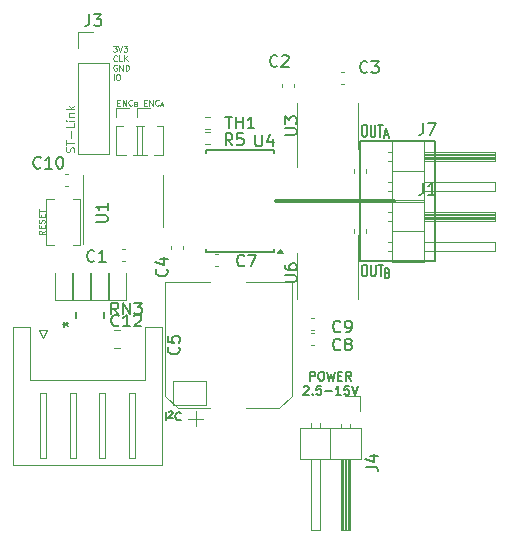
<source format=gbr>
%TF.GenerationSoftware,KiCad,Pcbnew,8.0.6*%
%TF.CreationDate,2024-12-16T13:19:03+09:00*%
%TF.ProjectId,BDCM_Driver_v1,4244434d-5f44-4726-9976-65725f76312e,rev?*%
%TF.SameCoordinates,PXaac6430PY8670810*%
%TF.FileFunction,Legend,Top*%
%TF.FilePolarity,Positive*%
%FSLAX46Y46*%
G04 Gerber Fmt 4.6, Leading zero omitted, Abs format (unit mm)*
G04 Created by KiCad (PCBNEW 8.0.6) date 2024-12-16 13:19:03*
%MOMM*%
%LPD*%
G01*
G04 APERTURE LIST*
%ADD10C,0.300000*%
%ADD11C,0.150000*%
%ADD12C,0.100000*%
%ADD13C,0.125000*%
%ADD14C,0.175000*%
%ADD15C,0.120000*%
%ADD16C,0.152400*%
G04 APERTURE END LIST*
D10*
X-9652000Y18806994D02*
X321695Y18806994D01*
D11*
X-2540000Y23876000D02*
X3810000Y23876000D01*
X3810000Y13716000D01*
X-2540000Y13716000D01*
X-2540000Y23876000D01*
X-6812143Y3593044D02*
X-6812143Y4343044D01*
X-6812143Y4343044D02*
X-6526429Y4343044D01*
X-6526429Y4343044D02*
X-6455000Y4307330D01*
X-6455000Y4307330D02*
X-6419286Y4271616D01*
X-6419286Y4271616D02*
X-6383572Y4200187D01*
X-6383572Y4200187D02*
X-6383572Y4093044D01*
X-6383572Y4093044D02*
X-6419286Y4021616D01*
X-6419286Y4021616D02*
X-6455000Y3985901D01*
X-6455000Y3985901D02*
X-6526429Y3950187D01*
X-6526429Y3950187D02*
X-6812143Y3950187D01*
X-5919286Y4343044D02*
X-5776429Y4343044D01*
X-5776429Y4343044D02*
X-5705000Y4307330D01*
X-5705000Y4307330D02*
X-5633572Y4235901D01*
X-5633572Y4235901D02*
X-5597857Y4093044D01*
X-5597857Y4093044D02*
X-5597857Y3843044D01*
X-5597857Y3843044D02*
X-5633572Y3700187D01*
X-5633572Y3700187D02*
X-5705000Y3628758D01*
X-5705000Y3628758D02*
X-5776429Y3593044D01*
X-5776429Y3593044D02*
X-5919286Y3593044D01*
X-5919286Y3593044D02*
X-5990714Y3628758D01*
X-5990714Y3628758D02*
X-6062143Y3700187D01*
X-6062143Y3700187D02*
X-6097857Y3843044D01*
X-6097857Y3843044D02*
X-6097857Y4093044D01*
X-6097857Y4093044D02*
X-6062143Y4235901D01*
X-6062143Y4235901D02*
X-5990714Y4307330D01*
X-5990714Y4307330D02*
X-5919286Y4343044D01*
X-5347858Y4343044D02*
X-5169286Y3593044D01*
X-5169286Y3593044D02*
X-5026429Y4128758D01*
X-5026429Y4128758D02*
X-4883572Y3593044D01*
X-4883572Y3593044D02*
X-4705000Y4343044D01*
X-4419286Y3985901D02*
X-4169286Y3985901D01*
X-4062143Y3593044D02*
X-4419286Y3593044D01*
X-4419286Y3593044D02*
X-4419286Y4343044D01*
X-4419286Y4343044D02*
X-4062143Y4343044D01*
X-3312144Y3593044D02*
X-3562144Y3950187D01*
X-3740715Y3593044D02*
X-3740715Y4343044D01*
X-3740715Y4343044D02*
X-3455001Y4343044D01*
X-3455001Y4343044D02*
X-3383572Y4307330D01*
X-3383572Y4307330D02*
X-3347858Y4271616D01*
X-3347858Y4271616D02*
X-3312144Y4200187D01*
X-3312144Y4200187D02*
X-3312144Y4093044D01*
X-3312144Y4093044D02*
X-3347858Y4021616D01*
X-3347858Y4021616D02*
X-3383572Y3985901D01*
X-3383572Y3985901D02*
X-3455001Y3950187D01*
X-3455001Y3950187D02*
X-3740715Y3950187D01*
X-7330000Y3064158D02*
X-7294286Y3099872D01*
X-7294286Y3099872D02*
X-7222857Y3135586D01*
X-7222857Y3135586D02*
X-7044286Y3135586D01*
X-7044286Y3135586D02*
X-6972857Y3099872D01*
X-6972857Y3099872D02*
X-6937143Y3064158D01*
X-6937143Y3064158D02*
X-6901429Y2992729D01*
X-6901429Y2992729D02*
X-6901429Y2921300D01*
X-6901429Y2921300D02*
X-6937143Y2814158D01*
X-6937143Y2814158D02*
X-7365715Y2385586D01*
X-7365715Y2385586D02*
X-6901429Y2385586D01*
X-6580000Y2457015D02*
X-6544286Y2421300D01*
X-6544286Y2421300D02*
X-6580000Y2385586D01*
X-6580000Y2385586D02*
X-6615714Y2421300D01*
X-6615714Y2421300D02*
X-6580000Y2457015D01*
X-6580000Y2457015D02*
X-6580000Y2385586D01*
X-5865714Y3135586D02*
X-6222857Y3135586D01*
X-6222857Y3135586D02*
X-6258571Y2778443D01*
X-6258571Y2778443D02*
X-6222857Y2814158D01*
X-6222857Y2814158D02*
X-6151428Y2849872D01*
X-6151428Y2849872D02*
X-5972857Y2849872D01*
X-5972857Y2849872D02*
X-5901428Y2814158D01*
X-5901428Y2814158D02*
X-5865714Y2778443D01*
X-5865714Y2778443D02*
X-5830000Y2707015D01*
X-5830000Y2707015D02*
X-5830000Y2528443D01*
X-5830000Y2528443D02*
X-5865714Y2457015D01*
X-5865714Y2457015D02*
X-5901428Y2421300D01*
X-5901428Y2421300D02*
X-5972857Y2385586D01*
X-5972857Y2385586D02*
X-6151428Y2385586D01*
X-6151428Y2385586D02*
X-6222857Y2421300D01*
X-6222857Y2421300D02*
X-6258571Y2457015D01*
X-5508571Y2671300D02*
X-4937142Y2671300D01*
X-4187143Y2385586D02*
X-4615714Y2385586D01*
X-4401429Y2385586D02*
X-4401429Y3135586D01*
X-4401429Y3135586D02*
X-4472857Y3028443D01*
X-4472857Y3028443D02*
X-4544286Y2957015D01*
X-4544286Y2957015D02*
X-4615714Y2921300D01*
X-3508571Y3135586D02*
X-3865714Y3135586D01*
X-3865714Y3135586D02*
X-3901428Y2778443D01*
X-3901428Y2778443D02*
X-3865714Y2814158D01*
X-3865714Y2814158D02*
X-3794285Y2849872D01*
X-3794285Y2849872D02*
X-3615714Y2849872D01*
X-3615714Y2849872D02*
X-3544285Y2814158D01*
X-3544285Y2814158D02*
X-3508571Y2778443D01*
X-3508571Y2778443D02*
X-3472857Y2707015D01*
X-3472857Y2707015D02*
X-3472857Y2528443D01*
X-3472857Y2528443D02*
X-3508571Y2457015D01*
X-3508571Y2457015D02*
X-3544285Y2421300D01*
X-3544285Y2421300D02*
X-3615714Y2385586D01*
X-3615714Y2385586D02*
X-3794285Y2385586D01*
X-3794285Y2385586D02*
X-3865714Y2421300D01*
X-3865714Y2421300D02*
X-3901428Y2457015D01*
X-3258571Y3135586D02*
X-3008571Y2385586D01*
X-3008571Y2385586D02*
X-2758571Y3135586D01*
D12*
X-23484783Y31937307D02*
X-23175259Y31937307D01*
X-23175259Y31937307D02*
X-23341926Y31746831D01*
X-23341926Y31746831D02*
X-23270497Y31746831D01*
X-23270497Y31746831D02*
X-23222878Y31723021D01*
X-23222878Y31723021D02*
X-23199069Y31699212D01*
X-23199069Y31699212D02*
X-23175259Y31651593D01*
X-23175259Y31651593D02*
X-23175259Y31532545D01*
X-23175259Y31532545D02*
X-23199069Y31484926D01*
X-23199069Y31484926D02*
X-23222878Y31461116D01*
X-23222878Y31461116D02*
X-23270497Y31437307D01*
X-23270497Y31437307D02*
X-23413354Y31437307D01*
X-23413354Y31437307D02*
X-23460973Y31461116D01*
X-23460973Y31461116D02*
X-23484783Y31484926D01*
X-23032402Y31937307D02*
X-22865736Y31437307D01*
X-22865736Y31437307D02*
X-22699069Y31937307D01*
X-22580022Y31937307D02*
X-22270498Y31937307D01*
X-22270498Y31937307D02*
X-22437165Y31746831D01*
X-22437165Y31746831D02*
X-22365736Y31746831D01*
X-22365736Y31746831D02*
X-22318117Y31723021D01*
X-22318117Y31723021D02*
X-22294308Y31699212D01*
X-22294308Y31699212D02*
X-22270498Y31651593D01*
X-22270498Y31651593D02*
X-22270498Y31532545D01*
X-22270498Y31532545D02*
X-22294308Y31484926D01*
X-22294308Y31484926D02*
X-22318117Y31461116D01*
X-22318117Y31461116D02*
X-22365736Y31437307D01*
X-22365736Y31437307D02*
X-22508593Y31437307D01*
X-22508593Y31437307D02*
X-22556212Y31461116D01*
X-22556212Y31461116D02*
X-22580022Y31484926D01*
X-23151450Y30679954D02*
X-23175259Y30656144D01*
X-23175259Y30656144D02*
X-23246688Y30632335D01*
X-23246688Y30632335D02*
X-23294307Y30632335D01*
X-23294307Y30632335D02*
X-23365735Y30656144D01*
X-23365735Y30656144D02*
X-23413354Y30703764D01*
X-23413354Y30703764D02*
X-23437164Y30751383D01*
X-23437164Y30751383D02*
X-23460973Y30846621D01*
X-23460973Y30846621D02*
X-23460973Y30918049D01*
X-23460973Y30918049D02*
X-23437164Y31013287D01*
X-23437164Y31013287D02*
X-23413354Y31060906D01*
X-23413354Y31060906D02*
X-23365735Y31108525D01*
X-23365735Y31108525D02*
X-23294307Y31132335D01*
X-23294307Y31132335D02*
X-23246688Y31132335D01*
X-23246688Y31132335D02*
X-23175259Y31108525D01*
X-23175259Y31108525D02*
X-23151450Y31084716D01*
X-22699069Y30632335D02*
X-22937164Y30632335D01*
X-22937164Y30632335D02*
X-22937164Y31132335D01*
X-22532402Y30632335D02*
X-22532402Y31132335D01*
X-22246688Y30632335D02*
X-22460973Y30918049D01*
X-22246688Y31132335D02*
X-22532402Y30846621D01*
X-23175259Y30303553D02*
X-23222878Y30327363D01*
X-23222878Y30327363D02*
X-23294307Y30327363D01*
X-23294307Y30327363D02*
X-23365735Y30303553D01*
X-23365735Y30303553D02*
X-23413354Y30255934D01*
X-23413354Y30255934D02*
X-23437164Y30208315D01*
X-23437164Y30208315D02*
X-23460973Y30113077D01*
X-23460973Y30113077D02*
X-23460973Y30041649D01*
X-23460973Y30041649D02*
X-23437164Y29946411D01*
X-23437164Y29946411D02*
X-23413354Y29898792D01*
X-23413354Y29898792D02*
X-23365735Y29851172D01*
X-23365735Y29851172D02*
X-23294307Y29827363D01*
X-23294307Y29827363D02*
X-23246688Y29827363D01*
X-23246688Y29827363D02*
X-23175259Y29851172D01*
X-23175259Y29851172D02*
X-23151450Y29874982D01*
X-23151450Y29874982D02*
X-23151450Y30041649D01*
X-23151450Y30041649D02*
X-23246688Y30041649D01*
X-22937164Y29827363D02*
X-22937164Y30327363D01*
X-22937164Y30327363D02*
X-22651450Y29827363D01*
X-22651450Y29827363D02*
X-22651450Y30327363D01*
X-22413354Y29827363D02*
X-22413354Y30327363D01*
X-22413354Y30327363D02*
X-22294306Y30327363D01*
X-22294306Y30327363D02*
X-22222878Y30303553D01*
X-22222878Y30303553D02*
X-22175259Y30255934D01*
X-22175259Y30255934D02*
X-22151449Y30208315D01*
X-22151449Y30208315D02*
X-22127640Y30113077D01*
X-22127640Y30113077D02*
X-22127640Y30041649D01*
X-22127640Y30041649D02*
X-22151449Y29946411D01*
X-22151449Y29946411D02*
X-22175259Y29898792D01*
X-22175259Y29898792D02*
X-22222878Y29851172D01*
X-22222878Y29851172D02*
X-22294306Y29827363D01*
X-22294306Y29827363D02*
X-22413354Y29827363D01*
X-23437164Y29022391D02*
X-23437164Y29522391D01*
X-23103831Y29522391D02*
X-23008593Y29522391D01*
X-23008593Y29522391D02*
X-22960974Y29498581D01*
X-22960974Y29498581D02*
X-22913355Y29450962D01*
X-22913355Y29450962D02*
X-22889545Y29355724D01*
X-22889545Y29355724D02*
X-22889545Y29189058D01*
X-22889545Y29189058D02*
X-22913355Y29093820D01*
X-22913355Y29093820D02*
X-22960974Y29046200D01*
X-22960974Y29046200D02*
X-23008593Y29022391D01*
X-23008593Y29022391D02*
X-23103831Y29022391D01*
X-23103831Y29022391D02*
X-23151450Y29046200D01*
X-23151450Y29046200D02*
X-23199069Y29093820D01*
X-23199069Y29093820D02*
X-23222878Y29189058D01*
X-23222878Y29189058D02*
X-23222878Y29355724D01*
X-23222878Y29355724D02*
X-23199069Y29450962D01*
X-23199069Y29450962D02*
X-23151450Y29498581D01*
X-23151450Y29498581D02*
X-23103831Y29522391D01*
D13*
X-26795500Y22942001D02*
X-26762167Y23042001D01*
X-26762167Y23042001D02*
X-26762167Y23208667D01*
X-26762167Y23208667D02*
X-26795500Y23275334D01*
X-26795500Y23275334D02*
X-26828834Y23308667D01*
X-26828834Y23308667D02*
X-26895500Y23342001D01*
X-26895500Y23342001D02*
X-26962167Y23342001D01*
X-26962167Y23342001D02*
X-27028834Y23308667D01*
X-27028834Y23308667D02*
X-27062167Y23275334D01*
X-27062167Y23275334D02*
X-27095500Y23208667D01*
X-27095500Y23208667D02*
X-27128834Y23075334D01*
X-27128834Y23075334D02*
X-27162167Y23008667D01*
X-27162167Y23008667D02*
X-27195500Y22975334D01*
X-27195500Y22975334D02*
X-27262167Y22942001D01*
X-27262167Y22942001D02*
X-27328834Y22942001D01*
X-27328834Y22942001D02*
X-27395500Y22975334D01*
X-27395500Y22975334D02*
X-27428834Y23008667D01*
X-27428834Y23008667D02*
X-27462167Y23075334D01*
X-27462167Y23075334D02*
X-27462167Y23242001D01*
X-27462167Y23242001D02*
X-27428834Y23342001D01*
X-27462167Y23542001D02*
X-27462167Y23942001D01*
X-26762167Y23742001D02*
X-27462167Y23742001D01*
X-27028834Y24175334D02*
X-27028834Y24708667D01*
X-26762167Y25375334D02*
X-26762167Y25042001D01*
X-26762167Y25042001D02*
X-27462167Y25042001D01*
X-26762167Y25608668D02*
X-27228834Y25608668D01*
X-27462167Y25608668D02*
X-27428834Y25575335D01*
X-27428834Y25575335D02*
X-27395500Y25608668D01*
X-27395500Y25608668D02*
X-27428834Y25642001D01*
X-27428834Y25642001D02*
X-27462167Y25608668D01*
X-27462167Y25608668D02*
X-27395500Y25608668D01*
X-27228834Y25942001D02*
X-26762167Y25942001D01*
X-27162167Y25942001D02*
X-27195500Y25975334D01*
X-27195500Y25975334D02*
X-27228834Y26042001D01*
X-27228834Y26042001D02*
X-27228834Y26142001D01*
X-27228834Y26142001D02*
X-27195500Y26208668D01*
X-27195500Y26208668D02*
X-27128834Y26242001D01*
X-27128834Y26242001D02*
X-26762167Y26242001D01*
X-26762167Y26575334D02*
X-27462167Y26575334D01*
X-27028834Y26642001D02*
X-26762167Y26842001D01*
X-27228834Y26842001D02*
X-26962167Y26575334D01*
D12*
X-23128048Y27125296D02*
X-22961381Y27125296D01*
X-22889953Y26863391D02*
X-23128048Y26863391D01*
X-23128048Y26863391D02*
X-23128048Y27363391D01*
X-23128048Y27363391D02*
X-22889953Y27363391D01*
X-22675667Y26863391D02*
X-22675667Y27363391D01*
X-22675667Y27363391D02*
X-22389953Y26863391D01*
X-22389953Y26863391D02*
X-22389953Y27363391D01*
X-21866143Y26911010D02*
X-21889952Y26887200D01*
X-21889952Y26887200D02*
X-21961381Y26863391D01*
X-21961381Y26863391D02*
X-22009000Y26863391D01*
X-22009000Y26863391D02*
X-22080428Y26887200D01*
X-22080428Y26887200D02*
X-22128047Y26934820D01*
X-22128047Y26934820D02*
X-22151857Y26982439D01*
X-22151857Y26982439D02*
X-22175666Y27077677D01*
X-22175666Y27077677D02*
X-22175666Y27149105D01*
X-22175666Y27149105D02*
X-22151857Y27244343D01*
X-22151857Y27244343D02*
X-22128047Y27291962D01*
X-22128047Y27291962D02*
X-22080428Y27339581D01*
X-22080428Y27339581D02*
X-22009000Y27363391D01*
X-22009000Y27363391D02*
X-21961381Y27363391D01*
X-21961381Y27363391D02*
X-21889952Y27339581D01*
X-21889952Y27339581D02*
X-21866143Y27315772D01*
X-21542333Y27017677D02*
X-21485190Y26998629D01*
X-21485190Y26998629D02*
X-21466143Y26979581D01*
X-21466143Y26979581D02*
X-21447095Y26941486D01*
X-21447095Y26941486D02*
X-21447095Y26884343D01*
X-21447095Y26884343D02*
X-21466143Y26846248D01*
X-21466143Y26846248D02*
X-21485190Y26827200D01*
X-21485190Y26827200D02*
X-21523285Y26808153D01*
X-21523285Y26808153D02*
X-21675666Y26808153D01*
X-21675666Y26808153D02*
X-21675666Y27208153D01*
X-21675666Y27208153D02*
X-21542333Y27208153D01*
X-21542333Y27208153D02*
X-21504238Y27189105D01*
X-21504238Y27189105D02*
X-21485190Y27170058D01*
X-21485190Y27170058D02*
X-21466143Y27131962D01*
X-21466143Y27131962D02*
X-21466143Y27093867D01*
X-21466143Y27093867D02*
X-21485190Y27055772D01*
X-21485190Y27055772D02*
X-21504238Y27036724D01*
X-21504238Y27036724D02*
X-21542333Y27017677D01*
X-21542333Y27017677D02*
X-21675666Y27017677D01*
X-20870905Y27125296D02*
X-20704238Y27125296D01*
X-20632810Y26863391D02*
X-20870905Y26863391D01*
X-20870905Y26863391D02*
X-20870905Y27363391D01*
X-20870905Y27363391D02*
X-20632810Y27363391D01*
X-20418524Y26863391D02*
X-20418524Y27363391D01*
X-20418524Y27363391D02*
X-20132810Y26863391D01*
X-20132810Y26863391D02*
X-20132810Y27363391D01*
X-19609000Y26911010D02*
X-19632809Y26887200D01*
X-19632809Y26887200D02*
X-19704238Y26863391D01*
X-19704238Y26863391D02*
X-19751857Y26863391D01*
X-19751857Y26863391D02*
X-19823285Y26887200D01*
X-19823285Y26887200D02*
X-19870904Y26934820D01*
X-19870904Y26934820D02*
X-19894714Y26982439D01*
X-19894714Y26982439D02*
X-19918523Y27077677D01*
X-19918523Y27077677D02*
X-19918523Y27149105D01*
X-19918523Y27149105D02*
X-19894714Y27244343D01*
X-19894714Y27244343D02*
X-19870904Y27291962D01*
X-19870904Y27291962D02*
X-19823285Y27339581D01*
X-19823285Y27339581D02*
X-19751857Y27363391D01*
X-19751857Y27363391D02*
X-19704238Y27363391D01*
X-19704238Y27363391D02*
X-19632809Y27339581D01*
X-19632809Y27339581D02*
X-19609000Y27315772D01*
X-19437571Y26922439D02*
X-19247095Y26922439D01*
X-19475666Y26808153D02*
X-19342333Y27208153D01*
X-19342333Y27208153D02*
X-19209000Y26808153D01*
D14*
X-19031667Y221767D02*
X-19031667Y921767D01*
X-18758334Y931100D02*
X-18731667Y957767D01*
X-18731667Y957767D02*
X-18678334Y984434D01*
X-18678334Y984434D02*
X-18545000Y984434D01*
X-18545000Y984434D02*
X-18491667Y957767D01*
X-18491667Y957767D02*
X-18465000Y931100D01*
X-18465000Y931100D02*
X-18438334Y877767D01*
X-18438334Y877767D02*
X-18438334Y824434D01*
X-18438334Y824434D02*
X-18465000Y744434D01*
X-18465000Y744434D02*
X-18785000Y424434D01*
X-18785000Y424434D02*
X-18438334Y424434D01*
X-17765001Y288434D02*
X-17798334Y255100D01*
X-17798334Y255100D02*
X-17898334Y221767D01*
X-17898334Y221767D02*
X-17965001Y221767D01*
X-17965001Y221767D02*
X-18065001Y255100D01*
X-18065001Y255100D02*
X-18131667Y321767D01*
X-18131667Y321767D02*
X-18165001Y388434D01*
X-18165001Y388434D02*
X-18198334Y521767D01*
X-18198334Y521767D02*
X-18198334Y621767D01*
X-18198334Y621767D02*
X-18165001Y755100D01*
X-18165001Y755100D02*
X-18131667Y821767D01*
X-18131667Y821767D02*
X-18065001Y888434D01*
X-18065001Y888434D02*
X-17965001Y921767D01*
X-17965001Y921767D02*
X-17898334Y921767D01*
X-17898334Y921767D02*
X-17798334Y888434D01*
X-17798334Y888434D02*
X-17765001Y855100D01*
D11*
X-2266999Y25260181D02*
X-2133666Y25260181D01*
X-2133666Y25260181D02*
X-2066999Y25212562D01*
X-2066999Y25212562D02*
X-2000333Y25117324D01*
X-2000333Y25117324D02*
X-1966999Y24926848D01*
X-1966999Y24926848D02*
X-1966999Y24593515D01*
X-1966999Y24593515D02*
X-2000333Y24403039D01*
X-2000333Y24403039D02*
X-2066999Y24307800D01*
X-2066999Y24307800D02*
X-2133666Y24260181D01*
X-2133666Y24260181D02*
X-2266999Y24260181D01*
X-2266999Y24260181D02*
X-2333666Y24307800D01*
X-2333666Y24307800D02*
X-2400333Y24403039D01*
X-2400333Y24403039D02*
X-2433666Y24593515D01*
X-2433666Y24593515D02*
X-2433666Y24926848D01*
X-2433666Y24926848D02*
X-2400333Y25117324D01*
X-2400333Y25117324D02*
X-2333666Y25212562D01*
X-2333666Y25212562D02*
X-2266999Y25260181D01*
X-1667000Y25260181D02*
X-1667000Y24450658D01*
X-1667000Y24450658D02*
X-1633666Y24355420D01*
X-1633666Y24355420D02*
X-1600333Y24307800D01*
X-1600333Y24307800D02*
X-1533666Y24260181D01*
X-1533666Y24260181D02*
X-1400333Y24260181D01*
X-1400333Y24260181D02*
X-1333666Y24307800D01*
X-1333666Y24307800D02*
X-1300333Y24355420D01*
X-1300333Y24355420D02*
X-1267000Y24450658D01*
X-1267000Y24450658D02*
X-1267000Y25260181D01*
X-1033667Y25260181D02*
X-633667Y25260181D01*
X-833667Y24260181D02*
X-833667Y25260181D01*
X-460334Y24378277D02*
X-193667Y24378277D01*
X-513667Y24149705D02*
X-327000Y24949705D01*
X-327000Y24949705D02*
X-140334Y24149705D01*
D12*
X-29276391Y16291810D02*
X-29514486Y16125144D01*
X-29276391Y16006096D02*
X-29776391Y16006096D01*
X-29776391Y16006096D02*
X-29776391Y16196572D01*
X-29776391Y16196572D02*
X-29752581Y16244191D01*
X-29752581Y16244191D02*
X-29728772Y16268001D01*
X-29728772Y16268001D02*
X-29681153Y16291810D01*
X-29681153Y16291810D02*
X-29609724Y16291810D01*
X-29609724Y16291810D02*
X-29562105Y16268001D01*
X-29562105Y16268001D02*
X-29538296Y16244191D01*
X-29538296Y16244191D02*
X-29514486Y16196572D01*
X-29514486Y16196572D02*
X-29514486Y16006096D01*
X-29538296Y16506096D02*
X-29538296Y16672763D01*
X-29276391Y16744191D02*
X-29276391Y16506096D01*
X-29276391Y16506096D02*
X-29776391Y16506096D01*
X-29776391Y16506096D02*
X-29776391Y16744191D01*
X-29300200Y16934668D02*
X-29276391Y17006096D01*
X-29276391Y17006096D02*
X-29276391Y17125144D01*
X-29276391Y17125144D02*
X-29300200Y17172763D01*
X-29300200Y17172763D02*
X-29324010Y17196572D01*
X-29324010Y17196572D02*
X-29371629Y17220382D01*
X-29371629Y17220382D02*
X-29419248Y17220382D01*
X-29419248Y17220382D02*
X-29466867Y17196572D01*
X-29466867Y17196572D02*
X-29490677Y17172763D01*
X-29490677Y17172763D02*
X-29514486Y17125144D01*
X-29514486Y17125144D02*
X-29538296Y17029906D01*
X-29538296Y17029906D02*
X-29562105Y16982287D01*
X-29562105Y16982287D02*
X-29585915Y16958477D01*
X-29585915Y16958477D02*
X-29633534Y16934668D01*
X-29633534Y16934668D02*
X-29681153Y16934668D01*
X-29681153Y16934668D02*
X-29728772Y16958477D01*
X-29728772Y16958477D02*
X-29752581Y16982287D01*
X-29752581Y16982287D02*
X-29776391Y17029906D01*
X-29776391Y17029906D02*
X-29776391Y17148953D01*
X-29776391Y17148953D02*
X-29752581Y17220382D01*
X-29538296Y17434667D02*
X-29538296Y17601334D01*
X-29276391Y17672762D02*
X-29276391Y17434667D01*
X-29276391Y17434667D02*
X-29776391Y17434667D01*
X-29776391Y17434667D02*
X-29776391Y17672762D01*
X-29776391Y17815620D02*
X-29776391Y18101334D01*
X-29276391Y17958477D02*
X-29776391Y17958477D01*
D11*
X-2249999Y13422181D02*
X-2116666Y13422181D01*
X-2116666Y13422181D02*
X-2049999Y13374562D01*
X-2049999Y13374562D02*
X-1983333Y13279324D01*
X-1983333Y13279324D02*
X-1949999Y13088848D01*
X-1949999Y13088848D02*
X-1949999Y12755515D01*
X-1949999Y12755515D02*
X-1983333Y12565039D01*
X-1983333Y12565039D02*
X-2049999Y12469800D01*
X-2049999Y12469800D02*
X-2116666Y12422181D01*
X-2116666Y12422181D02*
X-2249999Y12422181D01*
X-2249999Y12422181D02*
X-2316666Y12469800D01*
X-2316666Y12469800D02*
X-2383333Y12565039D01*
X-2383333Y12565039D02*
X-2416666Y12755515D01*
X-2416666Y12755515D02*
X-2416666Y13088848D01*
X-2416666Y13088848D02*
X-2383333Y13279324D01*
X-2383333Y13279324D02*
X-2316666Y13374562D01*
X-2316666Y13374562D02*
X-2249999Y13422181D01*
X-1650000Y13422181D02*
X-1650000Y12612658D01*
X-1650000Y12612658D02*
X-1616666Y12517420D01*
X-1616666Y12517420D02*
X-1583333Y12469800D01*
X-1583333Y12469800D02*
X-1516666Y12422181D01*
X-1516666Y12422181D02*
X-1383333Y12422181D01*
X-1383333Y12422181D02*
X-1316666Y12469800D01*
X-1316666Y12469800D02*
X-1283333Y12517420D01*
X-1283333Y12517420D02*
X-1250000Y12612658D01*
X-1250000Y12612658D02*
X-1250000Y13422181D01*
X-1016667Y13422181D02*
X-616667Y13422181D01*
X-816667Y12422181D02*
X-816667Y13422181D01*
X-230000Y12730753D02*
X-150000Y12692658D01*
X-150000Y12692658D02*
X-123334Y12654562D01*
X-123334Y12654562D02*
X-96667Y12578372D01*
X-96667Y12578372D02*
X-96667Y12464086D01*
X-96667Y12464086D02*
X-123334Y12387896D01*
X-123334Y12387896D02*
X-150000Y12349800D01*
X-150000Y12349800D02*
X-203334Y12311705D01*
X-203334Y12311705D02*
X-416667Y12311705D01*
X-416667Y12311705D02*
X-416667Y13111705D01*
X-416667Y13111705D02*
X-230000Y13111705D01*
X-230000Y13111705D02*
X-176667Y13073610D01*
X-176667Y13073610D02*
X-150000Y13035515D01*
X-150000Y13035515D02*
X-123334Y12959324D01*
X-123334Y12959324D02*
X-123334Y12883134D01*
X-123334Y12883134D02*
X-150000Y12806943D01*
X-150000Y12806943D02*
X-176667Y12768848D01*
X-176667Y12768848D02*
X-230000Y12730753D01*
X-230000Y12730753D02*
X-416667Y12730753D01*
X-13985714Y25945181D02*
X-13414286Y25945181D01*
X-13700000Y24945181D02*
X-13700000Y25945181D01*
X-13080952Y24945181D02*
X-13080952Y25945181D01*
X-13080952Y25468991D02*
X-12509524Y25468991D01*
X-12509524Y24945181D02*
X-12509524Y25945181D01*
X-11509524Y24945181D02*
X-12080952Y24945181D01*
X-11795238Y24945181D02*
X-11795238Y25945181D01*
X-11795238Y25945181D02*
X-11890476Y25802324D01*
X-11890476Y25802324D02*
X-11985714Y25707086D01*
X-11985714Y25707086D02*
X-12080952Y25659467D01*
X-13374667Y23515181D02*
X-13708000Y23991372D01*
X-13946095Y23515181D02*
X-13946095Y24515181D01*
X-13946095Y24515181D02*
X-13565143Y24515181D01*
X-13565143Y24515181D02*
X-13469905Y24467562D01*
X-13469905Y24467562D02*
X-13422286Y24419943D01*
X-13422286Y24419943D02*
X-13374667Y24324705D01*
X-13374667Y24324705D02*
X-13374667Y24181848D01*
X-13374667Y24181848D02*
X-13422286Y24086610D01*
X-13422286Y24086610D02*
X-13469905Y24038991D01*
X-13469905Y24038991D02*
X-13565143Y23991372D01*
X-13565143Y23991372D02*
X-13946095Y23991372D01*
X-12469905Y24515181D02*
X-12946095Y24515181D01*
X-12946095Y24515181D02*
X-12993714Y24038991D01*
X-12993714Y24038991D02*
X-12946095Y24086610D01*
X-12946095Y24086610D02*
X-12850857Y24134229D01*
X-12850857Y24134229D02*
X-12612762Y24134229D01*
X-12612762Y24134229D02*
X-12517524Y24086610D01*
X-12517524Y24086610D02*
X-12469905Y24038991D01*
X-12469905Y24038991D02*
X-12422286Y23943753D01*
X-12422286Y23943753D02*
X-12422286Y23705658D01*
X-12422286Y23705658D02*
X-12469905Y23610420D01*
X-12469905Y23610420D02*
X-12517524Y23562800D01*
X-12517524Y23562800D02*
X-12612762Y23515181D01*
X-12612762Y23515181D02*
X-12850857Y23515181D01*
X-12850857Y23515181D02*
X-12946095Y23562800D01*
X-12946095Y23562800D02*
X-12993714Y23610420D01*
X-24929181Y17018096D02*
X-24119658Y17018096D01*
X-24119658Y17018096D02*
X-24024420Y17065715D01*
X-24024420Y17065715D02*
X-23976800Y17113334D01*
X-23976800Y17113334D02*
X-23929181Y17208572D01*
X-23929181Y17208572D02*
X-23929181Y17399048D01*
X-23929181Y17399048D02*
X-23976800Y17494286D01*
X-23976800Y17494286D02*
X-24024420Y17541905D01*
X-24024420Y17541905D02*
X-24119658Y17589524D01*
X-24119658Y17589524D02*
X-24929181Y17589524D01*
X-23929181Y18589524D02*
X-23929181Y18018096D01*
X-23929181Y18303810D02*
X-24929181Y18303810D01*
X-24929181Y18303810D02*
X-24786324Y18208572D01*
X-24786324Y18208572D02*
X-24691086Y18113334D01*
X-24691086Y18113334D02*
X-24643467Y18018096D01*
X-11429905Y24421181D02*
X-11429905Y23611658D01*
X-11429905Y23611658D02*
X-11382286Y23516420D01*
X-11382286Y23516420D02*
X-11334667Y23468800D01*
X-11334667Y23468800D02*
X-11239429Y23421181D01*
X-11239429Y23421181D02*
X-11048953Y23421181D01*
X-11048953Y23421181D02*
X-10953715Y23468800D01*
X-10953715Y23468800D02*
X-10906096Y23516420D01*
X-10906096Y23516420D02*
X-10858477Y23611658D01*
X-10858477Y23611658D02*
X-10858477Y24421181D01*
X-9953715Y24087848D02*
X-9953715Y23421181D01*
X-10191810Y24468800D02*
X-10429905Y23754515D01*
X-10429905Y23754515D02*
X-9810858Y23754515D01*
X-2085181Y-3702333D02*
X-1370896Y-3702333D01*
X-1370896Y-3702333D02*
X-1228039Y-3749952D01*
X-1228039Y-3749952D02*
X-1132800Y-3845190D01*
X-1132800Y-3845190D02*
X-1085181Y-3988047D01*
X-1085181Y-3988047D02*
X-1085181Y-4083285D01*
X-1751848Y-2797571D02*
X-1085181Y-2797571D01*
X-2132800Y-3035666D02*
X-1418515Y-3273761D01*
X-1418515Y-3273761D02*
X-1418515Y-2654714D01*
X-22994858Y8276420D02*
X-23042477Y8228800D01*
X-23042477Y8228800D02*
X-23185334Y8181181D01*
X-23185334Y8181181D02*
X-23280572Y8181181D01*
X-23280572Y8181181D02*
X-23423429Y8228800D01*
X-23423429Y8228800D02*
X-23518667Y8324039D01*
X-23518667Y8324039D02*
X-23566286Y8419277D01*
X-23566286Y8419277D02*
X-23613905Y8609753D01*
X-23613905Y8609753D02*
X-23613905Y8752610D01*
X-23613905Y8752610D02*
X-23566286Y8943086D01*
X-23566286Y8943086D02*
X-23518667Y9038324D01*
X-23518667Y9038324D02*
X-23423429Y9133562D01*
X-23423429Y9133562D02*
X-23280572Y9181181D01*
X-23280572Y9181181D02*
X-23185334Y9181181D01*
X-23185334Y9181181D02*
X-23042477Y9133562D01*
X-23042477Y9133562D02*
X-22994858Y9085943D01*
X-22042477Y8181181D02*
X-22613905Y8181181D01*
X-22328191Y8181181D02*
X-22328191Y9181181D01*
X-22328191Y9181181D02*
X-22423429Y9038324D01*
X-22423429Y9038324D02*
X-22518667Y8943086D01*
X-22518667Y8943086D02*
X-22613905Y8895467D01*
X-21661524Y9085943D02*
X-21613905Y9133562D01*
X-21613905Y9133562D02*
X-21518667Y9181181D01*
X-21518667Y9181181D02*
X-21280572Y9181181D01*
X-21280572Y9181181D02*
X-21185334Y9133562D01*
X-21185334Y9133562D02*
X-21137715Y9085943D01*
X-21137715Y9085943D02*
X-21090096Y8990705D01*
X-21090096Y8990705D02*
X-21090096Y8895467D01*
X-21090096Y8895467D02*
X-21137715Y8752610D01*
X-21137715Y8752610D02*
X-21709143Y8181181D01*
X-21709143Y8181181D02*
X-21090096Y8181181D01*
X-8927181Y11938096D02*
X-8117658Y11938096D01*
X-8117658Y11938096D02*
X-8022420Y11985715D01*
X-8022420Y11985715D02*
X-7974800Y12033334D01*
X-7974800Y12033334D02*
X-7927181Y12128572D01*
X-7927181Y12128572D02*
X-7927181Y12319048D01*
X-7927181Y12319048D02*
X-7974800Y12414286D01*
X-7974800Y12414286D02*
X-8022420Y12461905D01*
X-8022420Y12461905D02*
X-8117658Y12509524D01*
X-8117658Y12509524D02*
X-8927181Y12509524D01*
X-8927181Y13414286D02*
X-8927181Y13223810D01*
X-8927181Y13223810D02*
X-8879562Y13128572D01*
X-8879562Y13128572D02*
X-8831943Y13080953D01*
X-8831943Y13080953D02*
X-8689086Y12985715D01*
X-8689086Y12985715D02*
X-8498610Y12938096D01*
X-8498610Y12938096D02*
X-8117658Y12938096D01*
X-8117658Y12938096D02*
X-8022420Y12985715D01*
X-8022420Y12985715D02*
X-7974800Y13033334D01*
X-7974800Y13033334D02*
X-7927181Y13128572D01*
X-7927181Y13128572D02*
X-7927181Y13319048D01*
X-7927181Y13319048D02*
X-7974800Y13414286D01*
X-7974800Y13414286D02*
X-8022420Y13461905D01*
X-8022420Y13461905D02*
X-8117658Y13509524D01*
X-8117658Y13509524D02*
X-8355753Y13509524D01*
X-8355753Y13509524D02*
X-8450991Y13461905D01*
X-8450991Y13461905D02*
X-8498610Y13414286D01*
X-8498610Y13414286D02*
X-8546229Y13319048D01*
X-8546229Y13319048D02*
X-8546229Y13128572D01*
X-8546229Y13128572D02*
X-8498610Y13033334D01*
X-8498610Y13033334D02*
X-8450991Y12985715D01*
X-8450991Y12985715D02*
X-8355753Y12938096D01*
X-8927181Y24384096D02*
X-8117658Y24384096D01*
X-8117658Y24384096D02*
X-8022420Y24431715D01*
X-8022420Y24431715D02*
X-7974800Y24479334D01*
X-7974800Y24479334D02*
X-7927181Y24574572D01*
X-7927181Y24574572D02*
X-7927181Y24765048D01*
X-7927181Y24765048D02*
X-7974800Y24860286D01*
X-7974800Y24860286D02*
X-8022420Y24907905D01*
X-8022420Y24907905D02*
X-8117658Y24955524D01*
X-8117658Y24955524D02*
X-8927181Y24955524D01*
X-8927181Y25336477D02*
X-8927181Y25955524D01*
X-8927181Y25955524D02*
X-8546229Y25622191D01*
X-8546229Y25622191D02*
X-8546229Y25765048D01*
X-8546229Y25765048D02*
X-8498610Y25860286D01*
X-8498610Y25860286D02*
X-8450991Y25907905D01*
X-8450991Y25907905D02*
X-8355753Y25955524D01*
X-8355753Y25955524D02*
X-8117658Y25955524D01*
X-8117658Y25955524D02*
X-8022420Y25907905D01*
X-8022420Y25907905D02*
X-7974800Y25860286D01*
X-7974800Y25860286D02*
X-7927181Y25765048D01*
X-7927181Y25765048D02*
X-7927181Y25479334D01*
X-7927181Y25479334D02*
X-7974800Y25384096D01*
X-7974800Y25384096D02*
X-8022420Y25336477D01*
X-17928420Y6437334D02*
X-17880800Y6389715D01*
X-17880800Y6389715D02*
X-17833181Y6246858D01*
X-17833181Y6246858D02*
X-17833181Y6151620D01*
X-17833181Y6151620D02*
X-17880800Y6008763D01*
X-17880800Y6008763D02*
X-17976039Y5913525D01*
X-17976039Y5913525D02*
X-18071277Y5865906D01*
X-18071277Y5865906D02*
X-18261753Y5818287D01*
X-18261753Y5818287D02*
X-18404610Y5818287D01*
X-18404610Y5818287D02*
X-18595086Y5865906D01*
X-18595086Y5865906D02*
X-18690324Y5913525D01*
X-18690324Y5913525D02*
X-18785562Y6008763D01*
X-18785562Y6008763D02*
X-18833181Y6151620D01*
X-18833181Y6151620D02*
X-18833181Y6246858D01*
X-18833181Y6246858D02*
X-18785562Y6389715D01*
X-18785562Y6389715D02*
X-18737943Y6437334D01*
X-18833181Y7342096D02*
X-18833181Y6865906D01*
X-18833181Y6865906D02*
X-18356991Y6818287D01*
X-18356991Y6818287D02*
X-18404610Y6865906D01*
X-18404610Y6865906D02*
X-18452229Y6961144D01*
X-18452229Y6961144D02*
X-18452229Y7199239D01*
X-18452229Y7199239D02*
X-18404610Y7294477D01*
X-18404610Y7294477D02*
X-18356991Y7342096D01*
X-18356991Y7342096D02*
X-18261753Y7389715D01*
X-18261753Y7389715D02*
X-18023658Y7389715D01*
X-18023658Y7389715D02*
X-17928420Y7342096D01*
X-17928420Y7342096D02*
X-17880800Y7294477D01*
X-17880800Y7294477D02*
X-17833181Y7199239D01*
X-17833181Y7199239D02*
X-17833181Y6961144D01*
X-17833181Y6961144D02*
X-17880800Y6865906D01*
X-17880800Y6865906D02*
X-17928420Y6818287D01*
X-9564667Y30247420D02*
X-9612286Y30199800D01*
X-9612286Y30199800D02*
X-9755143Y30152181D01*
X-9755143Y30152181D02*
X-9850381Y30152181D01*
X-9850381Y30152181D02*
X-9993238Y30199800D01*
X-9993238Y30199800D02*
X-10088476Y30295039D01*
X-10088476Y30295039D02*
X-10136095Y30390277D01*
X-10136095Y30390277D02*
X-10183714Y30580753D01*
X-10183714Y30580753D02*
X-10183714Y30723610D01*
X-10183714Y30723610D02*
X-10136095Y30914086D01*
X-10136095Y30914086D02*
X-10088476Y31009324D01*
X-10088476Y31009324D02*
X-9993238Y31104562D01*
X-9993238Y31104562D02*
X-9850381Y31152181D01*
X-9850381Y31152181D02*
X-9755143Y31152181D01*
X-9755143Y31152181D02*
X-9612286Y31104562D01*
X-9612286Y31104562D02*
X-9564667Y31056943D01*
X-9183714Y31056943D02*
X-9136095Y31104562D01*
X-9136095Y31104562D02*
X-9040857Y31152181D01*
X-9040857Y31152181D02*
X-8802762Y31152181D01*
X-8802762Y31152181D02*
X-8707524Y31104562D01*
X-8707524Y31104562D02*
X-8659905Y31056943D01*
X-8659905Y31056943D02*
X-8612286Y30961705D01*
X-8612286Y30961705D02*
X-8612286Y30866467D01*
X-8612286Y30866467D02*
X-8659905Y30723610D01*
X-8659905Y30723610D02*
X-9231333Y30152181D01*
X-9231333Y30152181D02*
X-8612286Y30152181D01*
X2781666Y20341181D02*
X2781666Y19626896D01*
X2781666Y19626896D02*
X2734047Y19484039D01*
X2734047Y19484039D02*
X2638809Y19388800D01*
X2638809Y19388800D02*
X2495952Y19341181D01*
X2495952Y19341181D02*
X2400714Y19341181D01*
X3781666Y19341181D02*
X3210238Y19341181D01*
X3495952Y19341181D02*
X3495952Y20341181D01*
X3495952Y20341181D02*
X3400714Y20198324D01*
X3400714Y20198324D02*
X3305476Y20103086D01*
X3305476Y20103086D02*
X3210238Y20055467D01*
X2781666Y25421181D02*
X2781666Y24706896D01*
X2781666Y24706896D02*
X2734047Y24564039D01*
X2734047Y24564039D02*
X2638809Y24468800D01*
X2638809Y24468800D02*
X2495952Y24421181D01*
X2495952Y24421181D02*
X2400714Y24421181D01*
X3162619Y25421181D02*
X3829285Y25421181D01*
X3829285Y25421181D02*
X3400714Y24421181D01*
X-29598858Y21644420D02*
X-29646477Y21596800D01*
X-29646477Y21596800D02*
X-29789334Y21549181D01*
X-29789334Y21549181D02*
X-29884572Y21549181D01*
X-29884572Y21549181D02*
X-30027429Y21596800D01*
X-30027429Y21596800D02*
X-30122667Y21692039D01*
X-30122667Y21692039D02*
X-30170286Y21787277D01*
X-30170286Y21787277D02*
X-30217905Y21977753D01*
X-30217905Y21977753D02*
X-30217905Y22120610D01*
X-30217905Y22120610D02*
X-30170286Y22311086D01*
X-30170286Y22311086D02*
X-30122667Y22406324D01*
X-30122667Y22406324D02*
X-30027429Y22501562D01*
X-30027429Y22501562D02*
X-29884572Y22549181D01*
X-29884572Y22549181D02*
X-29789334Y22549181D01*
X-29789334Y22549181D02*
X-29646477Y22501562D01*
X-29646477Y22501562D02*
X-29598858Y22453943D01*
X-28646477Y21549181D02*
X-29217905Y21549181D01*
X-28932191Y21549181D02*
X-28932191Y22549181D01*
X-28932191Y22549181D02*
X-29027429Y22406324D01*
X-29027429Y22406324D02*
X-29122667Y22311086D01*
X-29122667Y22311086D02*
X-29217905Y22263467D01*
X-28027429Y22549181D02*
X-27932191Y22549181D01*
X-27932191Y22549181D02*
X-27836953Y22501562D01*
X-27836953Y22501562D02*
X-27789334Y22453943D01*
X-27789334Y22453943D02*
X-27741715Y22358705D01*
X-27741715Y22358705D02*
X-27694096Y22168229D01*
X-27694096Y22168229D02*
X-27694096Y21930134D01*
X-27694096Y21930134D02*
X-27741715Y21739658D01*
X-27741715Y21739658D02*
X-27789334Y21644420D01*
X-27789334Y21644420D02*
X-27836953Y21596800D01*
X-27836953Y21596800D02*
X-27932191Y21549181D01*
X-27932191Y21549181D02*
X-28027429Y21549181D01*
X-28027429Y21549181D02*
X-28122667Y21596800D01*
X-28122667Y21596800D02*
X-28170286Y21644420D01*
X-28170286Y21644420D02*
X-28217905Y21739658D01*
X-28217905Y21739658D02*
X-28265524Y21930134D01*
X-28265524Y21930134D02*
X-28265524Y22168229D01*
X-28265524Y22168229D02*
X-28217905Y22358705D01*
X-28217905Y22358705D02*
X-28170286Y22453943D01*
X-28170286Y22453943D02*
X-28122667Y22501562D01*
X-28122667Y22501562D02*
X-28027429Y22549181D01*
X-1944667Y29739420D02*
X-1992286Y29691800D01*
X-1992286Y29691800D02*
X-2135143Y29644181D01*
X-2135143Y29644181D02*
X-2230381Y29644181D01*
X-2230381Y29644181D02*
X-2373238Y29691800D01*
X-2373238Y29691800D02*
X-2468476Y29787039D01*
X-2468476Y29787039D02*
X-2516095Y29882277D01*
X-2516095Y29882277D02*
X-2563714Y30072753D01*
X-2563714Y30072753D02*
X-2563714Y30215610D01*
X-2563714Y30215610D02*
X-2516095Y30406086D01*
X-2516095Y30406086D02*
X-2468476Y30501324D01*
X-2468476Y30501324D02*
X-2373238Y30596562D01*
X-2373238Y30596562D02*
X-2230381Y30644181D01*
X-2230381Y30644181D02*
X-2135143Y30644181D01*
X-2135143Y30644181D02*
X-1992286Y30596562D01*
X-1992286Y30596562D02*
X-1944667Y30548943D01*
X-1611333Y30644181D02*
X-992286Y30644181D01*
X-992286Y30644181D02*
X-1325619Y30263229D01*
X-1325619Y30263229D02*
X-1182762Y30263229D01*
X-1182762Y30263229D02*
X-1087524Y30215610D01*
X-1087524Y30215610D02*
X-1039905Y30167991D01*
X-1039905Y30167991D02*
X-992286Y30072753D01*
X-992286Y30072753D02*
X-992286Y29834658D01*
X-992286Y29834658D02*
X-1039905Y29739420D01*
X-1039905Y29739420D02*
X-1087524Y29691800D01*
X-1087524Y29691800D02*
X-1182762Y29644181D01*
X-1182762Y29644181D02*
X-1468476Y29644181D01*
X-1468476Y29644181D02*
X-1563714Y29691800D01*
X-1563714Y29691800D02*
X-1611333Y29739420D01*
X-18944420Y13041334D02*
X-18896800Y12993715D01*
X-18896800Y12993715D02*
X-18849181Y12850858D01*
X-18849181Y12850858D02*
X-18849181Y12755620D01*
X-18849181Y12755620D02*
X-18896800Y12612763D01*
X-18896800Y12612763D02*
X-18992039Y12517525D01*
X-18992039Y12517525D02*
X-19087277Y12469906D01*
X-19087277Y12469906D02*
X-19277753Y12422287D01*
X-19277753Y12422287D02*
X-19420610Y12422287D01*
X-19420610Y12422287D02*
X-19611086Y12469906D01*
X-19611086Y12469906D02*
X-19706324Y12517525D01*
X-19706324Y12517525D02*
X-19801562Y12612763D01*
X-19801562Y12612763D02*
X-19849181Y12755620D01*
X-19849181Y12755620D02*
X-19849181Y12850858D01*
X-19849181Y12850858D02*
X-19801562Y12993715D01*
X-19801562Y12993715D02*
X-19753943Y13041334D01*
X-19515848Y13898477D02*
X-18849181Y13898477D01*
X-19896800Y13660382D02*
X-19182515Y13422287D01*
X-19182515Y13422287D02*
X-19182515Y14041334D01*
X-12358667Y13356420D02*
X-12406286Y13308800D01*
X-12406286Y13308800D02*
X-12549143Y13261181D01*
X-12549143Y13261181D02*
X-12644381Y13261181D01*
X-12644381Y13261181D02*
X-12787238Y13308800D01*
X-12787238Y13308800D02*
X-12882476Y13404039D01*
X-12882476Y13404039D02*
X-12930095Y13499277D01*
X-12930095Y13499277D02*
X-12977714Y13689753D01*
X-12977714Y13689753D02*
X-12977714Y13832610D01*
X-12977714Y13832610D02*
X-12930095Y14023086D01*
X-12930095Y14023086D02*
X-12882476Y14118324D01*
X-12882476Y14118324D02*
X-12787238Y14213562D01*
X-12787238Y14213562D02*
X-12644381Y14261181D01*
X-12644381Y14261181D02*
X-12549143Y14261181D01*
X-12549143Y14261181D02*
X-12406286Y14213562D01*
X-12406286Y14213562D02*
X-12358667Y14165943D01*
X-12025333Y14261181D02*
X-11358667Y14261181D01*
X-11358667Y14261181D02*
X-11787238Y13261181D01*
X-25058667Y13737420D02*
X-25106286Y13689800D01*
X-25106286Y13689800D02*
X-25249143Y13642181D01*
X-25249143Y13642181D02*
X-25344381Y13642181D01*
X-25344381Y13642181D02*
X-25487238Y13689800D01*
X-25487238Y13689800D02*
X-25582476Y13785039D01*
X-25582476Y13785039D02*
X-25630095Y13880277D01*
X-25630095Y13880277D02*
X-25677714Y14070753D01*
X-25677714Y14070753D02*
X-25677714Y14213610D01*
X-25677714Y14213610D02*
X-25630095Y14404086D01*
X-25630095Y14404086D02*
X-25582476Y14499324D01*
X-25582476Y14499324D02*
X-25487238Y14594562D01*
X-25487238Y14594562D02*
X-25344381Y14642181D01*
X-25344381Y14642181D02*
X-25249143Y14642181D01*
X-25249143Y14642181D02*
X-25106286Y14594562D01*
X-25106286Y14594562D02*
X-25058667Y14546943D01*
X-24106286Y13642181D02*
X-24677714Y13642181D01*
X-24392000Y13642181D02*
X-24392000Y14642181D01*
X-24392000Y14642181D02*
X-24487238Y14499324D01*
X-24487238Y14499324D02*
X-24582476Y14404086D01*
X-24582476Y14404086D02*
X-24677714Y14356467D01*
X-4230667Y6244420D02*
X-4278286Y6196800D01*
X-4278286Y6196800D02*
X-4421143Y6149181D01*
X-4421143Y6149181D02*
X-4516381Y6149181D01*
X-4516381Y6149181D02*
X-4659238Y6196800D01*
X-4659238Y6196800D02*
X-4754476Y6292039D01*
X-4754476Y6292039D02*
X-4802095Y6387277D01*
X-4802095Y6387277D02*
X-4849714Y6577753D01*
X-4849714Y6577753D02*
X-4849714Y6720610D01*
X-4849714Y6720610D02*
X-4802095Y6911086D01*
X-4802095Y6911086D02*
X-4754476Y7006324D01*
X-4754476Y7006324D02*
X-4659238Y7101562D01*
X-4659238Y7101562D02*
X-4516381Y7149181D01*
X-4516381Y7149181D02*
X-4421143Y7149181D01*
X-4421143Y7149181D02*
X-4278286Y7101562D01*
X-4278286Y7101562D02*
X-4230667Y7053943D01*
X-3659238Y6720610D02*
X-3754476Y6768229D01*
X-3754476Y6768229D02*
X-3802095Y6815848D01*
X-3802095Y6815848D02*
X-3849714Y6911086D01*
X-3849714Y6911086D02*
X-3849714Y6958705D01*
X-3849714Y6958705D02*
X-3802095Y7053943D01*
X-3802095Y7053943D02*
X-3754476Y7101562D01*
X-3754476Y7101562D02*
X-3659238Y7149181D01*
X-3659238Y7149181D02*
X-3468762Y7149181D01*
X-3468762Y7149181D02*
X-3373524Y7101562D01*
X-3373524Y7101562D02*
X-3325905Y7053943D01*
X-3325905Y7053943D02*
X-3278286Y6958705D01*
X-3278286Y6958705D02*
X-3278286Y6911086D01*
X-3278286Y6911086D02*
X-3325905Y6815848D01*
X-3325905Y6815848D02*
X-3373524Y6768229D01*
X-3373524Y6768229D02*
X-3468762Y6720610D01*
X-3468762Y6720610D02*
X-3659238Y6720610D01*
X-3659238Y6720610D02*
X-3754476Y6672991D01*
X-3754476Y6672991D02*
X-3802095Y6625372D01*
X-3802095Y6625372D02*
X-3849714Y6530134D01*
X-3849714Y6530134D02*
X-3849714Y6339658D01*
X-3849714Y6339658D02*
X-3802095Y6244420D01*
X-3802095Y6244420D02*
X-3754476Y6196800D01*
X-3754476Y6196800D02*
X-3659238Y6149181D01*
X-3659238Y6149181D02*
X-3468762Y6149181D01*
X-3468762Y6149181D02*
X-3373524Y6196800D01*
X-3373524Y6196800D02*
X-3325905Y6244420D01*
X-3325905Y6244420D02*
X-3278286Y6339658D01*
X-3278286Y6339658D02*
X-3278286Y6530134D01*
X-3278286Y6530134D02*
X-3325905Y6625372D01*
X-3325905Y6625372D02*
X-3373524Y6672991D01*
X-3373524Y6672991D02*
X-3468762Y6720610D01*
X-23042477Y9197181D02*
X-23375810Y9673372D01*
X-23613905Y9197181D02*
X-23613905Y10197181D01*
X-23613905Y10197181D02*
X-23232953Y10197181D01*
X-23232953Y10197181D02*
X-23137715Y10149562D01*
X-23137715Y10149562D02*
X-23090096Y10101943D01*
X-23090096Y10101943D02*
X-23042477Y10006705D01*
X-23042477Y10006705D02*
X-23042477Y9863848D01*
X-23042477Y9863848D02*
X-23090096Y9768610D01*
X-23090096Y9768610D02*
X-23137715Y9720991D01*
X-23137715Y9720991D02*
X-23232953Y9673372D01*
X-23232953Y9673372D02*
X-23613905Y9673372D01*
X-22613905Y9197181D02*
X-22613905Y10197181D01*
X-22613905Y10197181D02*
X-22042477Y9197181D01*
X-22042477Y9197181D02*
X-22042477Y10197181D01*
X-21661524Y10197181D02*
X-21042477Y10197181D01*
X-21042477Y10197181D02*
X-21375810Y9816229D01*
X-21375810Y9816229D02*
X-21232953Y9816229D01*
X-21232953Y9816229D02*
X-21137715Y9768610D01*
X-21137715Y9768610D02*
X-21090096Y9720991D01*
X-21090096Y9720991D02*
X-21042477Y9625753D01*
X-21042477Y9625753D02*
X-21042477Y9387658D01*
X-21042477Y9387658D02*
X-21090096Y9292420D01*
X-21090096Y9292420D02*
X-21137715Y9244800D01*
X-21137715Y9244800D02*
X-21232953Y9197181D01*
X-21232953Y9197181D02*
X-21518667Y9197181D01*
X-21518667Y9197181D02*
X-21613905Y9244800D01*
X-21613905Y9244800D02*
X-21661524Y9292420D01*
X-27748581Y8356601D02*
X-27510486Y8356601D01*
X-27605724Y8118506D02*
X-27510486Y8356601D01*
X-27510486Y8356601D02*
X-27605724Y8594696D01*
X-27320010Y8213744D02*
X-27510486Y8356601D01*
X-27510486Y8356601D02*
X-27320010Y8499458D01*
X-27748581Y8356601D02*
X-27510486Y8356601D01*
X-27605724Y8118506D02*
X-27510486Y8356601D01*
X-27510486Y8356601D02*
X-27605724Y8594696D01*
X-27320010Y8213744D02*
X-27510486Y8356601D01*
X-27510486Y8356601D02*
X-27320010Y8499458D01*
X-25479334Y34625181D02*
X-25479334Y33910896D01*
X-25479334Y33910896D02*
X-25526953Y33768039D01*
X-25526953Y33768039D02*
X-25622191Y33672800D01*
X-25622191Y33672800D02*
X-25765048Y33625181D01*
X-25765048Y33625181D02*
X-25860286Y33625181D01*
X-25098381Y34625181D02*
X-24479334Y34625181D01*
X-24479334Y34625181D02*
X-24812667Y34244229D01*
X-24812667Y34244229D02*
X-24669810Y34244229D01*
X-24669810Y34244229D02*
X-24574572Y34196610D01*
X-24574572Y34196610D02*
X-24526953Y34148991D01*
X-24526953Y34148991D02*
X-24479334Y34053753D01*
X-24479334Y34053753D02*
X-24479334Y33815658D01*
X-24479334Y33815658D02*
X-24526953Y33720420D01*
X-24526953Y33720420D02*
X-24574572Y33672800D01*
X-24574572Y33672800D02*
X-24669810Y33625181D01*
X-24669810Y33625181D02*
X-24955524Y33625181D01*
X-24955524Y33625181D02*
X-25050762Y33672800D01*
X-25050762Y33672800D02*
X-25098381Y33720420D01*
X-4230667Y7768420D02*
X-4278286Y7720800D01*
X-4278286Y7720800D02*
X-4421143Y7673181D01*
X-4421143Y7673181D02*
X-4516381Y7673181D01*
X-4516381Y7673181D02*
X-4659238Y7720800D01*
X-4659238Y7720800D02*
X-4754476Y7816039D01*
X-4754476Y7816039D02*
X-4802095Y7911277D01*
X-4802095Y7911277D02*
X-4849714Y8101753D01*
X-4849714Y8101753D02*
X-4849714Y8244610D01*
X-4849714Y8244610D02*
X-4802095Y8435086D01*
X-4802095Y8435086D02*
X-4754476Y8530324D01*
X-4754476Y8530324D02*
X-4659238Y8625562D01*
X-4659238Y8625562D02*
X-4516381Y8673181D01*
X-4516381Y8673181D02*
X-4421143Y8673181D01*
X-4421143Y8673181D02*
X-4278286Y8625562D01*
X-4278286Y8625562D02*
X-4230667Y8577943D01*
X-3754476Y7673181D02*
X-3564000Y7673181D01*
X-3564000Y7673181D02*
X-3468762Y7720800D01*
X-3468762Y7720800D02*
X-3421143Y7768420D01*
X-3421143Y7768420D02*
X-3325905Y7911277D01*
X-3325905Y7911277D02*
X-3278286Y8101753D01*
X-3278286Y8101753D02*
X-3278286Y8482705D01*
X-3278286Y8482705D02*
X-3325905Y8577943D01*
X-3325905Y8577943D02*
X-3373524Y8625562D01*
X-3373524Y8625562D02*
X-3468762Y8673181D01*
X-3468762Y8673181D02*
X-3659238Y8673181D01*
X-3659238Y8673181D02*
X-3754476Y8625562D01*
X-3754476Y8625562D02*
X-3802095Y8577943D01*
X-3802095Y8577943D02*
X-3849714Y8482705D01*
X-3849714Y8482705D02*
X-3849714Y8244610D01*
X-3849714Y8244610D02*
X-3802095Y8149372D01*
X-3802095Y8149372D02*
X-3754476Y8101753D01*
X-3754476Y8101753D02*
X-3659238Y8054134D01*
X-3659238Y8054134D02*
X-3468762Y8054134D01*
X-3468762Y8054134D02*
X-3373524Y8101753D01*
X-3373524Y8101753D02*
X-3325905Y8149372D01*
X-3325905Y8149372D02*
X-3278286Y8244610D01*
D15*
%TO.C,J2*%
X-21430000Y26673000D02*
X-20320000Y26673000D01*
X-21430000Y25913000D02*
X-21430000Y26673000D01*
X-21430000Y25153000D02*
X-21430000Y22678000D01*
X-21430000Y25153000D02*
X-20883471Y25153000D01*
X-21430000Y22678000D02*
X-20627530Y22678000D01*
X-20012470Y22678000D02*
X-19210000Y22678000D01*
X-19756529Y25153000D02*
X-19210000Y25153000D01*
X-19210000Y25153000D02*
X-19210000Y22678000D01*
%TO.C,C6*%
X-3050000Y16396580D02*
X-3050000Y16115420D01*
X-2030000Y16396580D02*
X-2030000Y16115420D01*
%TO.C,TH1*%
X-15731258Y24652500D02*
X-15256742Y24652500D01*
X-15731258Y23607500D02*
X-15256742Y23607500D01*
%TO.C,R5*%
X-15256742Y25922500D02*
X-15731258Y25922500D01*
X-15256742Y24877500D02*
X-15731258Y24877500D01*
%TO.C,U1*%
X-25991000Y18796000D02*
X-25991000Y20996000D01*
X-25991000Y18796000D02*
X-25991000Y15196000D01*
X-19221000Y18796000D02*
X-19221000Y20996000D01*
X-19221000Y18796000D02*
X-19221000Y16596000D01*
%TO.C,D5*%
X-28421000Y12738000D02*
X-28421000Y10453000D01*
X-28421000Y10453000D02*
X-26951000Y10453000D01*
X-26951000Y10453000D02*
X-26951000Y12738000D01*
D11*
%TO.C,U4*%
X-15575000Y23121000D02*
X-15575000Y22896000D01*
X-15575000Y14471000D02*
X-15575000Y14696000D01*
X-9825000Y23121000D02*
X-15575000Y23121000D01*
X-9825000Y23121000D02*
X-9825000Y22896000D01*
X-9825000Y14471000D02*
X-15575000Y14471000D01*
X-9825000Y14471000D02*
X-9825000Y14696000D01*
D15*
X-9085000Y14391000D02*
X-9565000Y14391000D01*
X-9325000Y14721000D01*
X-9085000Y14391000D01*
G36*
X-9085000Y14391000D02*
G01*
X-9565000Y14391000D01*
X-9325000Y14721000D01*
X-9085000Y14391000D01*
G37*
%TO.C,J4*%
X-7680000Y-424000D02*
X-7680000Y-3084000D01*
X-7680000Y-3084000D02*
X-2480000Y-3084000D01*
X-6730000Y-26929D02*
X-6730000Y-424000D01*
X-6730000Y-9084000D02*
X-6730000Y-3084000D01*
X-5970000Y-26929D02*
X-5970000Y-424000D01*
X-5970000Y-3084000D02*
X-5970000Y-9084000D01*
X-5970000Y-9084000D02*
X-6730000Y-9084000D01*
X-5080000Y-424000D02*
X-5080000Y-3084000D01*
X-4190000Y-94000D02*
X-4190000Y-424000D01*
X-4190000Y-9084000D02*
X-4190000Y-3084000D01*
X-4090000Y-3084000D02*
X-4090000Y-9084000D01*
X-3970000Y-3084000D02*
X-3970000Y-9084000D01*
X-3850000Y-3084000D02*
X-3850000Y-9084000D01*
X-3810000Y2286000D02*
X-2540000Y2286000D01*
X-3730000Y-3084000D02*
X-3730000Y-9084000D01*
X-3610000Y-3084000D02*
X-3610000Y-9084000D01*
X-3490000Y-3084000D02*
X-3490000Y-9084000D01*
X-3430000Y-94000D02*
X-3430000Y-424000D01*
X-3430000Y-3084000D02*
X-3430000Y-9084000D01*
X-3430000Y-9084000D02*
X-4190000Y-9084000D01*
X-2540000Y2286000D02*
X-2540000Y1016000D01*
X-2480000Y-424000D02*
X-7680000Y-424000D01*
X-2480000Y-3084000D02*
X-2480000Y-424000D01*
%TO.C,D2*%
X-23849000Y12738000D02*
X-23849000Y10453000D01*
X-23849000Y10453000D02*
X-22379000Y10453000D01*
X-22379000Y10453000D02*
X-22379000Y12738000D01*
%TO.C,C12*%
X-23375252Y7847000D02*
X-22852748Y7847000D01*
X-23375252Y6377000D02*
X-22852748Y6377000D01*
%TO.C,U6*%
X-7894000Y12446000D02*
X-7894000Y14396000D01*
X-7894000Y12446000D02*
X-7894000Y10496000D01*
X-2774000Y12446000D02*
X-2774000Y15896000D01*
X-2774000Y12446000D02*
X-2774000Y10496000D01*
%TO.C,D1*%
X-25373000Y12738000D02*
X-25373000Y10453000D01*
X-25373000Y10453000D02*
X-23903000Y10453000D01*
X-23903000Y10453000D02*
X-23903000Y12738000D01*
%TO.C,U3*%
X-7894000Y25146000D02*
X-7894000Y27096000D01*
X-7894000Y25146000D02*
X-7894000Y21696000D01*
X-2774000Y25146000D02*
X-2774000Y27096000D01*
X-2774000Y25146000D02*
X-2774000Y23196000D01*
%TO.C,C5*%
X-19076000Y11964000D02*
X-15226000Y11964000D01*
X-19076000Y2308437D02*
X-19076000Y11964000D01*
X-18011563Y1244000D02*
X-19076000Y2308437D01*
X-18011563Y1244000D02*
X-15226000Y1244000D01*
X-17101000Y379000D02*
X-15851000Y379000D01*
X-16476000Y-246000D02*
X-16476000Y1004000D01*
X-9420437Y1244000D02*
X-12206000Y1244000D01*
X-9420437Y1244000D02*
X-8356000Y2308437D01*
X-8356000Y11964000D02*
X-12206000Y11964000D01*
X-8356000Y2308437D02*
X-8356000Y11964000D01*
%TO.C,C2*%
X-9146000Y28434420D02*
X-9146000Y28715580D01*
X-8126000Y28434420D02*
X-8126000Y28715580D01*
%TO.C,J1*%
X-2540000Y18796000D02*
X-1270000Y18796000D01*
X-2540000Y17526000D02*
X-2540000Y18796000D01*
X-227071Y15366000D02*
X170000Y15366000D01*
X-227071Y14606000D02*
X170000Y14606000D01*
X-160000Y17906000D02*
X170000Y17906000D01*
X-160000Y17146000D02*
X170000Y17146000D01*
X170000Y18856000D02*
X170000Y13656000D01*
X170000Y16256000D02*
X2830000Y16256000D01*
X170000Y13656000D02*
X2830000Y13656000D01*
X2830000Y18856000D02*
X170000Y18856000D01*
X2830000Y17906000D02*
X8830000Y17906000D01*
X2830000Y17846000D02*
X8830000Y17846000D01*
X2830000Y17726000D02*
X8830000Y17726000D01*
X2830000Y17606000D02*
X8830000Y17606000D01*
X2830000Y17486000D02*
X8830000Y17486000D01*
X2830000Y17366000D02*
X8830000Y17366000D01*
X2830000Y17246000D02*
X8830000Y17246000D01*
X2830000Y15366000D02*
X8830000Y15366000D01*
X2830000Y13656000D02*
X2830000Y18856000D01*
X8830000Y17906000D02*
X8830000Y17146000D01*
X8830000Y17146000D02*
X2830000Y17146000D01*
X8830000Y15366000D02*
X8830000Y14606000D01*
X8830000Y14606000D02*
X2830000Y14606000D01*
%TO.C,J7*%
X-2540000Y23876000D02*
X-1270000Y23876000D01*
X-2540000Y22606000D02*
X-2540000Y23876000D01*
X-227071Y20446000D02*
X170000Y20446000D01*
X-227071Y19686000D02*
X170000Y19686000D01*
X-160000Y22986000D02*
X170000Y22986000D01*
X-160000Y22226000D02*
X170000Y22226000D01*
X170000Y23936000D02*
X170000Y18736000D01*
X170000Y21336000D02*
X2830000Y21336000D01*
X170000Y18736000D02*
X2830000Y18736000D01*
X2830000Y23936000D02*
X170000Y23936000D01*
X2830000Y22986000D02*
X8830000Y22986000D01*
X2830000Y22926000D02*
X8830000Y22926000D01*
X2830000Y22806000D02*
X8830000Y22806000D01*
X2830000Y22686000D02*
X8830000Y22686000D01*
X2830000Y22566000D02*
X8830000Y22566000D01*
X2830000Y22446000D02*
X8830000Y22446000D01*
X2830000Y22326000D02*
X8830000Y22326000D01*
X2830000Y20446000D02*
X8830000Y20446000D01*
X2830000Y18736000D02*
X2830000Y23936000D01*
X8830000Y22986000D02*
X8830000Y22226000D01*
X8830000Y22226000D02*
X2830000Y22226000D01*
X8830000Y20446000D02*
X8830000Y19686000D01*
X8830000Y19686000D02*
X2830000Y19686000D01*
%TO.C,SW1*%
X-29136000Y18968000D02*
X-29136000Y15068000D01*
X-29136000Y15068000D02*
X-28486000Y15068000D01*
X-28486000Y18968000D02*
X-29136000Y18968000D01*
X-26236000Y18968000D02*
X-26886000Y18968000D01*
X-26236000Y15068000D02*
X-26886000Y15068000D01*
X-26236000Y15068000D02*
X-26236000Y18968000D01*
%TO.C,C10*%
X-27572580Y21084000D02*
X-27291420Y21084000D01*
X-27572580Y20064000D02*
X-27291420Y20064000D01*
%TO.C,C3*%
X-4204580Y29720000D02*
X-3923420Y29720000D01*
X-4204580Y28700000D02*
X-3923420Y28700000D01*
%TO.C,D4*%
X-26897000Y12738000D02*
X-26897000Y10453000D01*
X-26897000Y10453000D02*
X-25427000Y10453000D01*
X-25427000Y10453000D02*
X-25427000Y12738000D01*
%TO.C,C4*%
X-18535395Y15008982D02*
X-18535395Y14727822D01*
X-17515395Y15008982D02*
X-17515395Y14727822D01*
%TO.C,C7*%
X-14872580Y14353000D02*
X-14591420Y14353000D01*
X-14872580Y13333000D02*
X-14591420Y13333000D01*
%TO.C,J5*%
X-31964000Y8146000D02*
X-30544000Y8146000D01*
X-31964000Y-3574000D02*
X-31964000Y8146000D01*
X-30544000Y8146000D02*
X-30544000Y3646000D01*
X-30544000Y3646000D02*
X-25654000Y3646000D01*
X-29704000Y7836000D02*
X-29104000Y7836000D01*
X-29654000Y2536000D02*
X-29654000Y-2964000D01*
X-29654000Y-2964000D02*
X-29154000Y-2964000D01*
X-29404000Y7236000D02*
X-29704000Y7836000D01*
X-29154000Y2536000D02*
X-29654000Y2536000D01*
X-29154000Y-2964000D02*
X-29154000Y2536000D01*
X-29104000Y7836000D02*
X-29404000Y7236000D01*
X-27154000Y2536000D02*
X-27154000Y-2964000D01*
X-27154000Y-2964000D02*
X-26654000Y-2964000D01*
X-26654000Y2536000D02*
X-27154000Y2536000D01*
X-26654000Y-2964000D02*
X-26654000Y2536000D01*
X-25654000Y-3574000D02*
X-31964000Y-3574000D01*
X-25654000Y-3574000D02*
X-19344000Y-3574000D01*
X-24654000Y2536000D02*
X-24654000Y-2964000D01*
X-24654000Y-2964000D02*
X-24154000Y-2964000D01*
X-24154000Y2536000D02*
X-24654000Y2536000D01*
X-24154000Y-2964000D02*
X-24154000Y2536000D01*
X-22154000Y2536000D02*
X-22154000Y-2964000D01*
X-22154000Y-2964000D02*
X-21654000Y-2964000D01*
X-21654000Y2536000D02*
X-22154000Y2536000D01*
X-21654000Y-2964000D02*
X-21654000Y2536000D01*
X-20764000Y8146000D02*
X-20764000Y3646000D01*
X-20764000Y3646000D02*
X-25654000Y3646000D01*
X-19344000Y8146000D02*
X-20764000Y8146000D01*
X-19344000Y-3574000D02*
X-19344000Y8146000D01*
%TO.C,C1*%
X-22746580Y14734000D02*
X-22465420Y14734000D01*
X-22746580Y13714000D02*
X-22465420Y13714000D01*
%TO.C,C8*%
X-6463420Y7622000D02*
X-6744580Y7622000D01*
X-6463420Y6602000D02*
X-6744580Y6602000D01*
D16*
%TO.C,RN3*%
X-26581100Y9364135D02*
X-26581100Y8923865D01*
X-24218900Y8923865D02*
X-24218900Y9364135D01*
D15*
%TO.C,J6*%
X-23208000Y26673000D02*
X-22098000Y26673000D01*
X-23208000Y25913000D02*
X-23208000Y26673000D01*
X-23208000Y25153000D02*
X-23208000Y22678000D01*
X-23208000Y25153000D02*
X-22661471Y25153000D01*
X-23208000Y22678000D02*
X-22405530Y22678000D01*
X-21790470Y22678000D02*
X-20988000Y22678000D01*
X-21534529Y25153000D02*
X-20988000Y25153000D01*
X-20988000Y25153000D02*
X-20988000Y22678000D01*
%TO.C,C11*%
X-3050000Y21476580D02*
X-3050000Y21195420D01*
X-2030000Y21476580D02*
X-2030000Y21195420D01*
%TO.C,J3*%
X-26476000Y33080000D02*
X-25146000Y33080000D01*
X-26476000Y31750000D02*
X-26476000Y33080000D01*
X-26476000Y30480000D02*
X-26476000Y22800000D01*
X-26476000Y30480000D02*
X-23816000Y30480000D01*
X-26476000Y22800000D02*
X-23816000Y22800000D01*
X-23816000Y30480000D02*
X-23816000Y22800000D01*
%TO.C,JP3*%
X-18418000Y3540000D02*
X-15618000Y3540000D01*
X-18418000Y1540000D02*
X-18418000Y3540000D01*
X-15618000Y3540000D02*
X-15618000Y1540000D01*
X-15618000Y1540000D02*
X-18418000Y1540000D01*
%TO.C,C9*%
X-6463420Y8892000D02*
X-6744580Y8892000D01*
X-6463420Y7872000D02*
X-6744580Y7872000D01*
%TD*%
M02*

</source>
